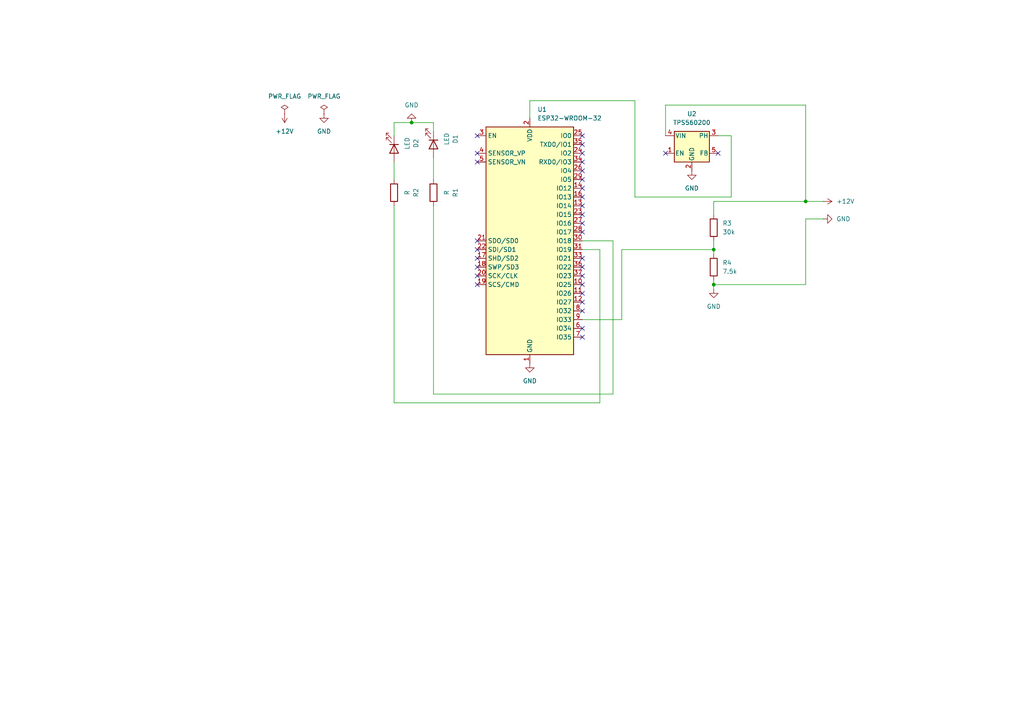
<source format=kicad_sch>
(kicad_sch (version 20250114) (generator "eeschema") (generator_version "9.0")
  (paper "A4")
  (title_block (title "IOT-Based Car Battery Voltage Monitor Using ESP32 and Blynk") (date "2025-04-24") (rev "0.0.0"))
  (lib_symbols
    (symbol "Device:LED" (pin_numbers (hide yes)) (pin_names (offset 1.016) (hide yes))
      (property "Reference" "D" (at 0 2.54 0))
      (property "Value" "LED" (at 0 -2.54 0))
      (symbol "LED_0_1"
        (polyline (pts (xy -3.048 -0.762) (xy -4.572 -2.286) (xy -3.81 -2.286) (xy -4.572 -2.286) (xy -4.572 -1.524)))
        (polyline (pts (xy -1.778 -0.762) (xy -3.302 -2.286) (xy -2.54 -2.286) (xy -3.302 -2.286) (xy -3.302 -1.524)))
        (polyline (pts (xy -1.27 0) (xy 1.27 0)))
        (polyline (pts (xy -1.27 -1.27) (xy -1.27 1.27)) (stroke (width 0.254)))
        (polyline (pts (xy 1.27 -1.27) (xy 1.27 1.27) (xy -1.27 0) (xy 1.27 -1.27)) (stroke (width 0.254)))
      )
      (symbol "LED_1_1"
        (pin passive line (at -3.81 0 0) (length 2.54) (name "K") (number "1"))
        (pin passive line (at 3.81 0 180) (length 2.54) (name "A") (number "2"))
      )
    )
    (symbol "Device:R" (pin_numbers (hide yes)) (pin_names (offset 0))
      (property "Reference" "R" (at 2.032 0 90))
      (property "Value" "R" (at 0 0 90))
      (symbol "R_0_1"
        (rectangle (start -1.016 -2.54) (end 1.016 2.54) (stroke (width 0.254)))
      )
      (symbol "R_1_1"
        (pin passive line (at 0 3.81 270) (length 1.27) (name "~") (number "1"))
        (pin passive line (at 0 -3.81 90) (length 1.27) (name "~") (number "2"))
      )
    )
    (symbol "RF_Module:ESP32-WROOM-32"
      (property "Reference" "U" (at -12.7 34.29 0))
      (property "Value" "ESP32-WROOM-32" (at 1.27 34.29 0))
      (symbol "ESP32-WROOM-32_0_1"
        (rectangle (start -12.7 33.02) (end 12.7 -33.02) (stroke (width 0.254)) (fill (type background)))
      )
      (symbol "ESP32-WROOM-32_1_1"
        (pin input line (at -15.24 30.48 0) (length 2.54) (name "EN") (number "3"))
        (pin input line (at -15.24 25.4 0) (length 2.54) (name "SENSOR_VP") (number "4"))
        (pin input line (at -15.24 22.86 0) (length 2.54) (name "SENSOR_VN") (number "5"))
        (pin bidirectional line (at -15.24 0 0) (length 2.54) (name "SDO/SD0") (number "21"))
        (pin bidirectional line (at -15.24 -2.54 0) (length 2.54) (name "SDI/SD1") (number "22"))
        (pin bidirectional line (at -15.24 -5.08 0) (length 2.54) (name "SHD/SD2") (number "17"))
        (pin bidirectional line (at -15.24 -7.62 0) (length 2.54) (name "SWP/SD3") (number "18"))
        (pin bidirectional line (at -15.24 -10.16 0) (length 2.54) (name "SCK/CLK") (number "20"))
        (pin bidirectional line (at -15.24 -12.7 0) (length 2.54) (name "SCS/CMD") (number "19"))
        (pin no_connect line (at -12.7 -27.94 0) (length 2.54) (hide yes) (name "NC") (number "32"))
        (pin power_in line (at 0 35.56 270) (length 2.54) (name "VDD") (number "2"))
        (pin power_in line (at 0 -35.56 90) (length 2.54) (name "GND") (number "1"))
        (pin passive line (at 0 -35.56 90) (length 2.54) (hide yes) (name "GND") (number "15"))
        (pin passive line (at 0 -35.56 90) (length 2.54) (hide yes) (name "GND") (number "38"))
        (pin passive line (at 0 -35.56 90) (length 2.54) (hide yes) (name "GND") (number "39"))
        (pin bidirectional line (at 15.24 30.48 180) (length 2.54) (name "IO0") (number "25"))
        (pin bidirectional line (at 15.24 27.94 180) (length 2.54) (name "TXD0/IO1") (number "35"))
        (pin bidirectional line (at 15.24 25.4 180) (length 2.54) (name "IO2") (number "24"))
        (pin bidirectional line (at 15.24 22.86 180) (length 2.54) (name "RXD0/IO3") (number "34"))
        (pin bidirectional line (at 15.24 20.32 180) (length 2.54) (name "IO4") (number "26"))
        (pin bidirectional line (at 15.24 17.78 180) (length 2.54) (name "IO5") (number "29"))
        (pin bidirectional line (at 15.24 15.24 180) (length 2.54) (name "IO12") (number "14"))
        (pin bidirectional line (at 15.24 12.7 180) (length 2.54) (name "IO13") (number "16"))
        (pin bidirectional line (at 15.24 10.16 180) (length 2.54) (name "IO14") (number "13"))
        (pin bidirectional line (at 15.24 7.62 180) (length 2.54) (name "IO15") (number "23"))
        (pin bidirectional line (at 15.24 5.08 180) (length 2.54) (name "IO16") (number "27"))
        (pin bidirectional line (at 15.24 2.54 180) (length 2.54) (name "IO17") (number "28"))
        (pin bidirectional line (at 15.24 0 180) (length 2.54) (name "IO18") (number "30"))
        (pin bidirectional line (at 15.24 -2.54 180) (length 2.54) (name "IO19") (number "31"))
        (pin bidirectional line (at 15.24 -5.08 180) (length 2.54) (name "IO21") (number "33"))
        (pin bidirectional line (at 15.24 -7.62 180) (length 2.54) (name "IO22") (number "36"))
        (pin bidirectional line (at 15.24 -10.16 180) (length 2.54) (name "IO23") (number "37"))
        (pin bidirectional line (at 15.24 -12.7 180) (length 2.54) (name "IO25") (number "10"))
        (pin bidirectional line (at 15.24 -15.24 180) (length 2.54) (name "IO26") (number "11"))
        (pin bidirectional line (at 15.24 -17.78 180) (length 2.54) (name "IO27") (number "12"))
        (pin bidirectional line (at 15.24 -20.32 180) (length 2.54) (name "IO32") (number "8"))
        (pin bidirectional line (at 15.24 -22.86 180) (length 2.54) (name "IO33") (number "9"))
        (pin input line (at 15.24 -25.4 180) (length 2.54) (name "IO34") (number "6"))
        (pin input line (at 15.24 -27.94 180) (length 2.54) (name "IO35") (number "7"))
      )
    )
    (symbol "Regulator_Switching:TPS560200" (pin_names (offset 0.254))
      (property "Reference" "U" (at -5.08 5.08 0))
      (property "Value" "TPS560200" (at 0 5.08 0))
      (symbol "TPS560200_0_1"
        (rectangle (start -5.08 3.81) (end 5.08 -5.08) (stroke (width 0.254)) (fill (type background)))
      )
      (symbol "TPS560200_1_1"
        (pin power_in line (at -7.62 2.54 0) (length 2.54) (name "VIN") (number "4"))
        (pin input line (at -7.62 -2.54 0) (length 2.54) (name "EN") (number "1"))
        (pin power_in line (at 0 -7.62 90) (length 2.54) (name "GND") (number "2"))
        (pin power_out line (at 7.62 2.54 180) (length 2.54) (name "PH") (number "3"))
        (pin input line (at 7.62 -2.54 180) (length 2.54) (name "FB") (number "5"))
      )
    )
    (symbol "power:+12V" (power) (pin_numbers (hide yes)) (pin_names (offset 0) (hide yes))
      (property "Value" "+12V" (at 0 3.556 0))
      (symbol "+12V_0_1"
        (polyline (pts (xy -0.762 1.27) (xy 0 2.54)))
        (polyline (pts (xy 0 2.54) (xy 0.762 1.27)))
        (polyline (pts (xy 0 0) (xy 0 2.54)))
      )
      (symbol "+12V_1_1"
        (pin power_in line (at 0 0 90) (length 0) (name "~") (number "1"))
      )
    )
    (symbol "power:GND" (power) (pin_numbers (hide yes)) (pin_names (offset 0) (hide yes))
      (property "Value" "GND" (at 0 -3.81 0))
      (symbol "GND_0_1"
        (polyline (pts (xy 0 0) (xy 0 -1.27) (xy 1.27 -1.27) (xy 0 -2.54) (xy -1.27 -1.27) (xy 0 -1.27)))
      )
      (symbol "GND_1_1"
        (pin power_in line (at 0 0 270) (length 0) (name "~") (number "1"))
      )
    )
    (symbol "power:PWR_FLAG" (power) (pin_numbers (hide yes)) (pin_names (offset 0) (hide yes))
      (property "Value" "PWR_FLAG" (at 0 3.81 0))
      (symbol "PWR_FLAG_0_0"
        (pin power_out line (at 0 0 90) (length 0) (name "~") (number "1"))
      )
      (symbol "PWR_FLAG_0_1"
        (polyline (pts (xy 0 0) (xy 0 1.27) (xy -1.016 1.905) (xy 0 2.54) (xy 1.016 1.905) (xy 0 1.27)))
      )
    )
  )
  (junction (at 119.38 35.56))
  (junction (at 207.01 82.55))
  (junction (at 233.68 58.42))
  (junction (at 207.01 72.39))
  (no_connect (at 168.91 87.63))
  (no_connect (at 138.43 44.45))
  (no_connect (at 168.91 90.17))
  (no_connect (at 138.43 77.47))
  (no_connect (at 168.91 46.99))
  (no_connect (at 138.43 69.85))
  (no_connect (at 193.04 44.45))
  (no_connect (at 168.91 57.15))
  (no_connect (at 168.91 44.45))
  (no_connect (at 168.91 74.93))
  (no_connect (at 168.91 52.07))
  (no_connect (at 168.91 64.77))
  (no_connect (at 168.91 39.37))
  (no_connect (at 138.43 46.99))
  (no_connect (at 168.91 49.53))
  (no_connect (at 138.43 39.37))
  (no_connect (at 168.91 97.79))
  (no_connect (at 168.91 80.01))
  (no_connect (at 168.91 54.61))
  (no_connect (at 168.91 82.55))
  (no_connect (at 138.43 82.55))
  (no_connect (at 168.91 77.47))
  (no_connect (at 138.43 74.93))
  (no_connect (at 208.28 44.45))
  (no_connect (at 168.91 59.69))
  (no_connect (at 168.91 95.25))
  (no_connect (at 168.91 67.31))
  (no_connect (at 168.91 85.09))
  (no_connect (at 138.43 80.01))
  (no_connect (at 168.91 62.23))
  (no_connect (at 168.91 41.91))
  (no_connect (at 138.43 72.39))
  (wire (pts (xy 173.99 72.39) (xy 168.91 72.39)))
  (wire (pts (xy 180.34 72.39) (xy 180.34 92.71)))
  (wire (pts (xy 125.73 114.3) (xy 177.8 114.3)))
  (wire (pts (xy 207.01 72.39) (xy 207.01 73.66)))
  (wire (pts (xy 125.73 35.56) (xy 125.73 38.1)))
  (wire (pts (xy 125.73 59.69) (xy 125.73 114.3)))
  (wire (pts (xy 180.34 72.39) (xy 207.01 72.39)))
  (wire (pts (xy 193.04 39.37) (xy 193.04 30.48)))
  (wire (pts (xy 168.91 69.85) (xy 177.8 69.85)))
  (wire (pts (xy 233.68 58.42) (xy 238.76 58.42)))
  (wire (pts (xy 177.8 114.3) (xy 177.8 69.85)))
  (wire (pts (xy 125.73 45.72) (xy 125.73 52.07)))
  (wire (pts (xy 207.01 81.28) (xy 207.01 82.55)))
  (wire (pts (xy 114.3 116.84) (xy 173.99 116.84)))
  (wire (pts (xy 207.01 82.55) (xy 207.01 83.82)))
  (wire (pts (xy 180.34 92.71) (xy 168.91 92.71)))
  (wire (pts (xy 114.3 39.37) (xy 114.3 35.56)))
  (wire (pts (xy 212.09 57.15) (xy 184.15 57.15)))
  (wire (pts (xy 233.68 30.48) (xy 233.68 58.42)))
  (wire (pts (xy 184.15 57.15) (xy 184.15 29.21)))
  (wire (pts (xy 233.68 63.5) (xy 238.76 63.5)))
  (wire (pts (xy 114.3 46.99) (xy 114.3 52.07)))
  (wire (pts (xy 233.68 82.55) (xy 233.68 63.5)))
  (wire (pts (xy 233.68 58.42) (xy 207.01 58.42)))
  (wire (pts (xy 207.01 82.55) (xy 233.68 82.55)))
  (wire (pts (xy 212.09 39.37) (xy 212.09 57.15)))
  (wire (pts (xy 173.99 116.84) (xy 173.99 72.39)))
  (wire (pts (xy 114.3 59.69) (xy 114.3 116.84)))
  (wire (pts (xy 208.28 39.37) (xy 212.09 39.37)))
  (wire (pts (xy 193.04 30.48) (xy 233.68 30.48)))
  (wire (pts (xy 114.3 35.56) (xy 119.38 35.56)))
  (wire (pts (xy 207.01 69.85) (xy 207.01 72.39)))
  (wire (pts (xy 207.01 58.42) (xy 207.01 62.23)))
  (wire (pts (xy 184.15 29.21) (xy 153.67 29.21)))
  (wire (pts (xy 119.38 35.56) (xy 125.73 35.56)))
  (wire (pts (xy 153.67 29.21) (xy 153.67 34.29)))
  (symbol (lib_id "power:+12V") (at 82.55 33.02 180) (unit 1)
    (property "Reference" "#PWR08" (effects (hide yes)))
    (property "Value" "+12V" (at 82.55 38.1 0))
    (property "Description" "Power symbol creates a global label with name \"+12V\"" (effects (hide yes)))
  )
  (symbol (lib_id "power:GND") (at 238.76 63.5 90) (unit 1)
    (property "Reference" "#PWR06" (effects (hide yes)))
    (property "Value" "GND" (at 242.57 63.4999 90) (effects (justify right)))
    (property "Description" "Power symbol creates a global label with name \"GND\" , ground" (effects (hide yes)))
  )
  (symbol (lib_id "Device:LED") (at 114.3 43.18 270) (unit 1)
    (property "Reference" "D2" (at 120.65 41.5925 0))
    (property "Value" "LED" (at 118.11 41.5925 0))
    (property "Footprint" "LED_THT:LED_D5.0mm_Horizontal_O6.35mm_Z15.0mm" (effects (hide yes)))
    (property "Description" "Light emitting diode" (effects (hide yes)))
  )
  (symbol (lib_id "power:GND") (at 93.98 33.02 0) (unit 1)
    (property "Reference" "#PWR07" (effects (hide yes)))
    (property "Value" "GND" (at 93.98 38.1 0))
    (property "Description" "Power symbol creates a global label with name \"GND\" , ground" (effects (hide yes)))
  )
  (symbol (lib_id "Device:LED") (at 125.73 41.91 270) (unit 1)
    (property "Reference" "D1" (at 132.08 40.3225 0))
    (property "Value" "LED" (at 129.54 40.3225 0))
    (property "Footprint" "LED_THT:LED_D5.0mm_Horizontal_O6.35mm_Z15.0mm" (effects (hide yes)))
    (property "Description" "Light emitting diode" (effects (hide yes)))
  )
  (symbol (lib_id "power:GND") (at 119.38 35.56 180) (unit 1)
    (property "Reference" "#PWR02" (effects (hide yes)))
    (property "Value" "GND" (at 119.38 30.48 0))
    (property "Description" "Power symbol creates a global label with name \"GND\" , ground" (effects (hide yes)))
  )
  (symbol (lib_id "power:PWR_FLAG") (at 93.98 33.02 0) (unit 1)
    (property "Reference" "#FLG01" (effects (hide yes)))
    (property "Value" "PWR_FLAG" (at 93.98 27.94 0))
    (property "Description" "Special symbol for telling ERC where power comes from" (effects (hide yes)))
  )
  (symbol (lib_id "Regulator_Switching:TPS560200") (at 200.66 41.91 0) (unit 1)
    (property "Reference" "U2" (at 200.66 33.02 0))
    (property "Value" "TPS560200" (at 200.66 35.56 0))
    (property "Footprint" "Package_TO_SOT_SMD:SOT-23-5" (effects (hide yes)))
    (property "Datasheet" "http://www.ti.com/lit/ds/symlink/tps560200.pdf" (effects (hide yes)))
    (property "Description" "500mA, Synchronous Step-Down Converter With, Adjustable Output Voltage, 4.5-17V Input Voltage, SOT-23-5" (effects (hide yes)))
  )
  (symbol (lib_id "Device:R") (at 125.73 55.88 0) (unit 1)
    (property "Reference" "R1" (at 132.08 55.88 90))
    (property "Value" "R" (at 129.54 55.88 90))
    (property "Footprint" "Resistor_SMD:R_0402_1005Metric" (effects (hide yes)))
    (property "Description" "Resistor" (effects (hide yes)))
  )
  (symbol (lib_id "Device:R") (at 114.3 55.88 0) (unit 1)
    (property "Reference" "R2" (at 120.65 55.88 90))
    (property "Value" "R" (at 118.11 55.88 90))
    (property "Footprint" "Resistor_SMD:R_0402_1005Metric" (effects (hide yes)))
    (property "Description" "Resistor" (effects (hide yes)))
  )
  (symbol (lib_id "Device:R") (at 207.01 77.47 0) (unit 1)
    (property "Reference" "R4" (at 209.55 76.1999 0) (effects (justify left)))
    (property "Value" "7.5k" (at 209.55 78.7399 0) (effects (justify left)))
    (property "Footprint" "Resistor_THT:R_Axial_DIN0207_L6.3mm_D2.5mm_P10.16mm_Horizontal" (effects (hide yes)))
    (property "Description" "Resistor" (effects (hide yes)))
  )
  (symbol (lib_id "power:GND") (at 207.01 83.82 0) (unit 1)
    (property "Reference" "#PWR03" (effects (hide yes)))
    (property "Value" "GND" (at 207.01 88.9 0))
    (property "Description" "Power symbol creates a global label with name \"GND\" , ground" (effects (hide yes)))
  )
  (symbol (lib_id "power:GND") (at 200.66 49.53 0) (unit 1)
    (property "Reference" "#PWR04" (effects (hide yes)))
    (property "Value" "GND" (at 200.66 54.61 0))
    (property "Description" "Power symbol creates a global label with name \"GND\" , ground" (effects (hide yes)))
  )
  (symbol (lib_id "RF_Module:ESP32-WROOM-32") (at 153.67 69.85 0) (unit 1)
    (property "Reference" "U1" (at 155.8641 31.75 0) (effects (justify left)))
    (property "Value" "ESP32-WROOM-32" (at 155.8641 34.29 0) (effects (justify left)))
    (property "Footprint" "RF_Module:ESP32-WROOM-32" (effects (hide yes)))
    (property "Datasheet" "https://www.espressif.com/sites/default/files/documentation/esp32-wroom-32_datasheet_en.pdf" (effects (hide yes)))
    (property "Description" "RF Module, ESP32-D0WDQ6 SoC, Wi-Fi 802.11b/g/n, Bluetooth, BLE, 32-bit, 2.7-3.6V, onboard antenna, SMD" (effects (hide yes)))
  )
  (symbol (lib_id "Device:R") (at 207.01 66.04 0) (unit 1)
    (property "Reference" "R3" (at 209.55 64.7699 0) (effects (justify left)))
    (property "Value" "30k" (at 209.55 67.3099 0) (effects (justify left)))
    (property "Footprint" "Resistor_THT:R_Axial_DIN0207_L6.3mm_D2.5mm_P10.16mm_Horizontal" (effects (hide yes)))
    (property "Description" "Resistor" (effects (hide yes)))
  )
  (symbol (lib_id "power:PWR_FLAG") (at 82.55 33.02 0) (unit 1)
    (property "Reference" "#FLG02" (effects (hide yes)))
    (property "Value" "PWR_FLAG" (at 82.55 27.94 0))
    (property "Description" "Special symbol for telling ERC where power comes from" (effects (hide yes)))
  )
  (symbol (lib_id "power:+12V") (at 238.76 58.42 270) (unit 1)
    (property "Reference" "#PWR05" (effects (hide yes)))
    (property "Value" "+12V" (at 242.57 58.4199 90) (effects (justify left)))
    (property "Description" "Power symbol creates a global label with name \"+12V\"" (effects (hide yes)))
  )
  (symbol (lib_id "power:GND") (at 153.67 105.41 0) (unit 1)
    (property "Reference" "#PWR01" (effects (hide yes)))
    (property "Value" "GND" (at 153.67 110.49 0))
    (property "Description" "Power symbol creates a global label with name \"GND\" , ground" (effects (hide yes)))
  )
)
</source>
